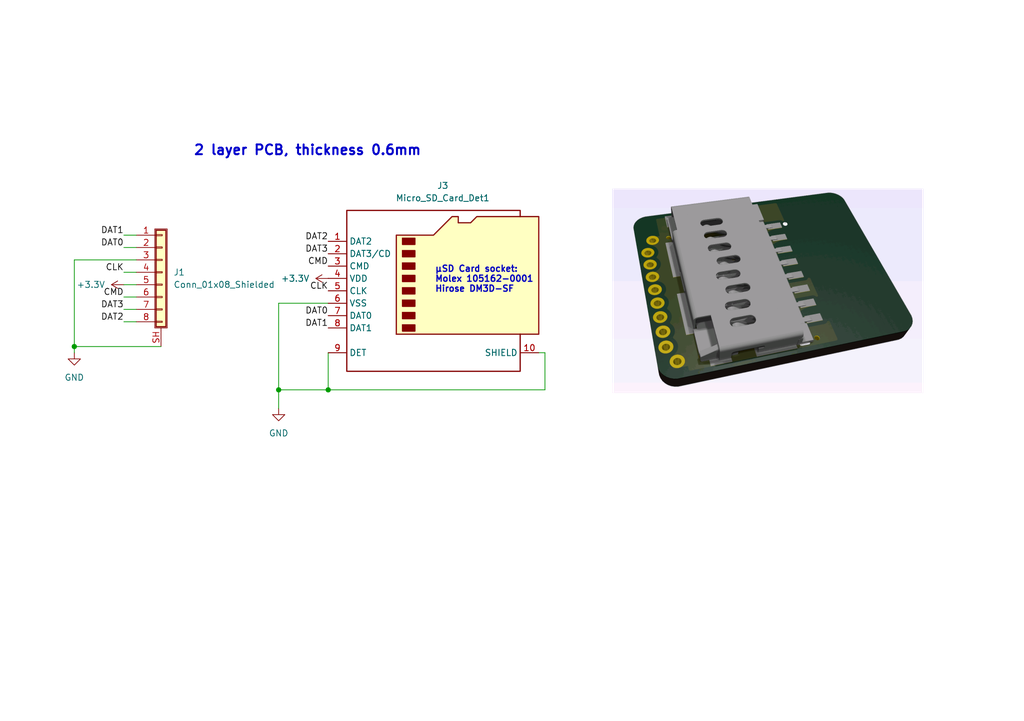
<source format=kicad_sch>
(kicad_sch (version 20231120) (generator "eeschema") (generator_version "8.0")
  (paper "A5")
  (title_block (title "Teensy40 SDIO adapter") (date "2024-11-08") (rev "1.0") (company "www.hexefx.com") (comment 1 "design: Piotr Zapart"))
  (lib_symbols
    (symbol "Connector:Micro_SD_Card_Det1"
      (property "Reference" "J" (at -16.51 17.78 0))
      (property "Value" "Micro_SD_Card_Det1" (at 16.51 17.78 0))
      (symbol "Micro_SD_Card_Det1_0_1"
        (rectangle (start -7.62 -6.985) (end -5.08 -8.255) (stroke (width 0.254)) (fill (type outline)))
        (rectangle (start -7.62 -4.445) (end -5.08 -5.715) (stroke (width 0.254)) (fill (type outline)))
        (rectangle (start -7.62 -1.905) (end -5.08 -3.175) (stroke (width 0.254)) (fill (type outline)))
        (rectangle (start -7.62 0.635) (end -5.08 -0.635) (stroke (width 0.254)) (fill (type outline)))
        (rectangle (start -7.62 3.175) (end -5.08 1.905) (stroke (width 0.254)) (fill (type outline)))
        (rectangle (start -7.62 5.715) (end -5.08 4.445) (stroke (width 0.254)) (fill (type outline)))
        (rectangle (start -7.62 8.255) (end -5.08 6.985) (stroke (width 0.254)) (fill (type outline)))
        (rectangle (start -7.62 10.795) (end -5.08 9.525) (stroke (width 0.254)) (fill (type outline)))
        (polyline (pts (xy 16.51 15.24) (xy 16.51 16.51) (xy -19.05 16.51) (xy -19.05 -16.51) (xy 16.51 -16.51) (xy 16.51 -8.89)) (stroke (width 0.254)))
        (polyline (pts (xy -8.89 -8.89) (xy -8.89 11.43) (xy -1.27 11.43) (xy 2.54 15.24) (xy 3.81 15.24) (xy 3.81 13.97) (xy 6.35 13.97) (xy 7.62 15.24) (xy 20.32 15.24) (xy 20.32 -8.89) (xy -8.89 -8.89)) (stroke (width 0.254)) (fill (type background)))
      )
      (symbol "Micro_SD_Card_Det1_1_1"
        (pin bidirectional line (at -22.86 10.16 0) (length 3.81) (name "DAT2") (number "1"))
        (pin passive line (at 20.32 -12.7 180) (length 3.81) (name "SHIELD") (number "10"))
        (pin bidirectional line (at -22.86 7.62 0) (length 3.81) (name "DAT3/CD") (number "2"))
        (pin input line (at -22.86 5.08 0) (length 3.81) (name "CMD") (number "3"))
        (pin power_in line (at -22.86 2.54 0) (length 3.81) (name "VDD") (number "4"))
        (pin input line (at -22.86 0 0) (length 3.81) (name "CLK") (number "5"))
        (pin power_in line (at -22.86 -2.54 0) (length 3.81) (name "VSS") (number "6"))
        (pin bidirectional line (at -22.86 -5.08 0) (length 3.81) (name "DAT0") (number "7"))
        (pin bidirectional line (at -22.86 -7.62 0) (length 3.81) (name "DAT1") (number "8"))
        (pin passive line (at -22.86 -12.7 0) (length 3.81) (name "DET") (number "9"))
      )
    )
    (symbol "Connector_Generic_Shielded:Conn_01x08_Shielded" (pin_names (offset 1.016) hide)
      (property "Reference" "J" (at 0.254 9.906 0))
      (property "Value" "Conn_01x08_Shielded" (at 1.016 -12.446 0))
      (symbol "Conn_01x08_Shielded_1_1"
        (rectangle (start -1.27 8.89) (end 1.27 -11.43) (stroke (width 0.1524)))
        (rectangle (start -1.016 -10.033) (end 0.254 -10.287) (stroke (width 0.1524)))
        (rectangle (start -1.016 -7.493) (end 0.254 -7.747) (stroke (width 0.1524)))
        (rectangle (start -1.016 -4.953) (end 0.254 -5.207) (stroke (width 0.1524)))
        (rectangle (start -1.016 -2.413) (end 0.254 -2.667) (stroke (width 0.1524)))
        (rectangle (start -1.016 0.127) (end 0.254 -0.127) (stroke (width 0.1524)))
        (rectangle (start -1.016 2.667) (end 0.254 2.413) (stroke (width 0.1524)))
        (rectangle (start -1.016 5.207) (end 0.254 4.953) (stroke (width 0.1524)))
        (rectangle (start -1.016 7.747) (end 0.254 7.493) (stroke (width 0.1524)))
        (rectangle (start -1.016 8.636) (end 1.016 -11.176) (stroke (width 0.254)) (fill (type background)))
        (pin passive line (at -5.08 7.62 0) (length 4.064) (name "Pin_1") (number "1"))
        (pin passive line (at -5.08 5.08 0) (length 4.064) (name "Pin_2") (number "2"))
        (pin passive line (at -5.08 2.54 0) (length 4.064) (name "Pin_3") (number "3"))
        (pin passive line (at -5.08 0 0) (length 4.064) (name "Pin_4") (number "4"))
        (pin passive line (at -5.08 -2.54 0) (length 4.064) (name "Pin_5") (number "5"))
        (pin passive line (at -5.08 -5.08 0) (length 4.064) (name "Pin_6") (number "6"))
        (pin passive line (at -5.08 -7.62 0) (length 4.064) (name "Pin_7") (number "7"))
        (pin passive line (at -5.08 -10.16 0) (length 4.064) (name "Pin_8") (number "8"))
        (pin passive line (at 0 -15.24 90) (length 3.81) (name "Shield") (number "SH"))
      )
    )
    (symbol "power:+3.3V" (power) (pin_numbers hide) (pin_names (offset 0) hide)
      (property "Value" "+3.3V" (at 0 3.556 0))
      (symbol "+3.3V_0_1"
        (polyline (pts (xy -0.762 1.27) (xy 0 2.54)))
        (polyline (pts (xy 0 0) (xy 0 2.54)))
        (polyline (pts (xy 0 2.54) (xy 0.762 1.27)))
      )
      (symbol "+3.3V_1_1"
        (pin power_in line (at 0 0 90) (length 0) (name "~") (number "1"))
      )
    )
    (symbol "power:GND" (power) (pin_numbers hide) (pin_names (offset 0) hide)
      (property "Value" "GND" (at 0 -3.81 0))
      (symbol "GND_0_1"
        (polyline (pts (xy 0 0) (xy 0 -1.27) (xy 1.27 -1.27) (xy 0 -2.54) (xy -1.27 -1.27) (xy 0 -1.27)))
      )
      (symbol "GND_1_1"
        (pin power_in line (at 0 0 270) (length 0) (name "~") (number "1"))
      )
    )
  )
  (junction (at 67.31 80.01))
  (junction (at 15.24 71.12))
  (junction (at 57.15 80.01))
  (wire (pts (xy 25.4 55.88) (xy 27.94 55.88)))
  (wire (pts (xy 57.15 62.23) (xy 67.31 62.23)))
  (wire (pts (xy 111.76 72.39) (xy 111.76 80.01)))
  (wire (pts (xy 111.76 80.01) (xy 67.31 80.01)))
  (wire (pts (xy 57.15 80.01) (xy 57.15 83.82)))
  (wire (pts (xy 67.31 80.01) (xy 57.15 80.01)))
  (wire (pts (xy 67.31 72.39) (xy 67.31 80.01)))
  (wire (pts (xy 15.24 71.12) (xy 15.24 72.39)))
  (wire (pts (xy 25.4 63.5) (xy 27.94 63.5)))
  (wire (pts (xy 25.4 58.42) (xy 27.94 58.42)))
  (wire (pts (xy 25.4 50.8) (xy 27.94 50.8)))
  (wire (pts (xy 15.24 53.34) (xy 15.24 71.12)))
  (wire (pts (xy 111.76 72.39) (xy 110.49 72.39)))
  (wire (pts (xy 25.4 60.96) (xy 27.94 60.96)))
  (wire (pts (xy 15.24 53.34) (xy 27.94 53.34)))
  (wire (pts (xy 25.4 66.04) (xy 27.94 66.04)))
  (wire (pts (xy 57.15 62.23) (xy 57.15 80.01)))
  (wire (pts (xy 15.24 71.12) (xy 33.02 71.12)))
  (wire (pts (xy 25.4 48.26) (xy 27.94 48.26)))
  (image (at 157.48 59.69) (scale 0.161301))
  (text "2 layer PCB, thickness 0.6mm" (at 39.624 30.988 0) (effects (font (size 2 2) (thickness 0.4) (bold yes)) (justify left)))
  (text "µSD Card socket:\nMolex 105162-0001\nHirose DM3D-SF" (at 89.154 57.404 0) (effects (font (size 1.27 1.27) (thickness 0.254) (bold yes)) (justify left)))
  (label "DAT2" (at 25.4 66.04 180))
  (label "DAT0" (at 67.31 64.77 180))
  (label "CMD" (at 25.4 60.96 180))
  (label "DAT1" (at 25.4 48.26 180))
  (label "DAT3" (at 25.4 63.5 180))
  (label "CLK" (at 67.31 59.69 180))
  (label "DAT2" (at 67.31 49.53 180))
  (label "DAT1" (at 67.31 67.31 180))
  (label "CMD" (at 67.31 54.61 180))
  (label "DAT3" (at 67.31 52.07 180))
  (label "CLK" (at 25.4 55.88 180))
  (label "DAT0" (at 25.4 50.8 180))
  (symbol (lib_id "power:GND") (at 57.15 83.82 0) (unit 1)
    (property "Reference" "#PWR04" (effects (hide yes)))
    (property "Value" "GND" (at 57.15 88.9 0))
    (property "Description" "Power symbol creates a global label with name \"GND\" , ground" (effects (hide yes)))
  )
  (symbol (lib_id "Connector:Micro_SD_Card_Det1") (at 90.17 59.69 0) (unit 1)
    (property "Reference" "J3" (at 90.805 38.1 0))
    (property "Value" "Micro_SD_Card_Det1" (at 90.805 40.64 0))
    (property "Footprint" "H_conn:MicroSD_DM3D-SF_Hirose" (effects (hide yes)))
    (property "Datasheet" "https://datasheet.lcsc.com/lcsc/2110151630_XKB-Connectivity-XKTF-015-N_C381082.pdf" (effects (hide yes)))
    (property "Description" "Micro SD Card Socket with one card detection pin" (effects (hide yes)))
  )
  (symbol (lib_id "power:+3.3V") (at 67.31 57.15 90) (mirror x) (unit 1)
    (property "Reference" "#PWR03" (effects (hide yes)))
    (property "Value" "+3.3V" (at 63.5 57.1501 90) (effects (justify left)))
    (property "Description" "Power symbol creates a global label with name \"+3.3V\"" (effects (hide yes)))
  )
  (symbol (lib_id "power:GND") (at 15.24 72.39 0) (unit 1)
    (property "Reference" "#PWR01" (effects (hide yes)))
    (property "Value" "GND" (at 15.24 77.47 0))
    (property "Description" "Power symbol creates a global label with name \"GND\" , ground" (effects (hide yes)))
  )
  (symbol (lib_id "Connector_Generic_Shielded:Conn_01x08_Shielded") (at 33.02 55.88 0) (unit 1)
    (property "Reference" "J1" (at 35.56 55.8799 0) (effects (justify left)))
    (property "Value" "Conn_01x08_Shielded" (at 35.56 58.4199 0) (effects (justify left)))
    (property "Footprint" "H_conn:HFW8R-1STE1H1LF_1x8_P1.0mm_FPC_THT" (effects (hide yes)))
    (property "Description" "Generic shielded connector, single row, 01x08, script generated (kicad-library-utils/schlib/autogen/connector/)" (effects (hide yes)))
  )
  (symbol (lib_id "power:+3.3V") (at 25.4 58.42 90) (unit 1)
    (property "Reference" "#PWR02" (effects (hide yes)))
    (property "Value" "+3.3V" (at 21.59 58.4199 90) (effects (justify left)))
    (property "Description" "Power symbol creates a global label with name \"+3.3V\"" (effects (hide yes)))
  )
)
</source>
